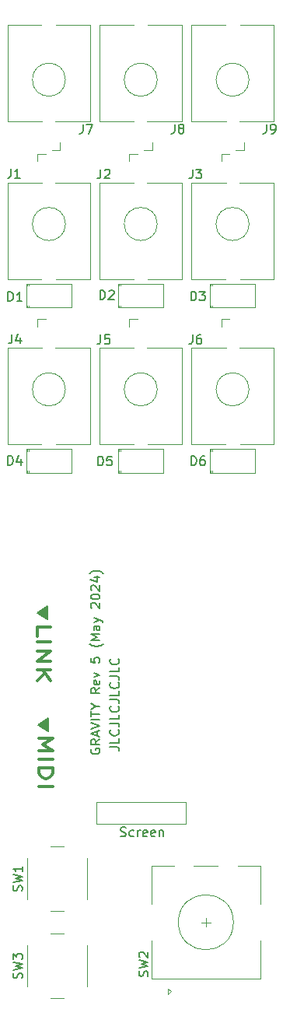
<source format=gbr>
%TF.GenerationSoftware,KiCad,Pcbnew,7.0.10-7.0.10~ubuntu22.04.1*%
%TF.CreationDate,2024-05-18T14:45:39+03:00*%
%TF.ProjectId,gtoe,67746f65-2e6b-4696-9361-645f70636258,rev?*%
%TF.SameCoordinates,Original*%
%TF.FileFunction,Legend,Top*%
%TF.FilePolarity,Positive*%
%FSLAX46Y46*%
G04 Gerber Fmt 4.6, Leading zero omitted, Abs format (unit mm)*
G04 Created by KiCad (PCBNEW 7.0.10-7.0.10~ubuntu22.04.1) date 2024-05-18 14:45:39*
%MOMM*%
%LPD*%
G01*
G04 APERTURE LIST*
%ADD10C,0.150000*%
%ADD11C,0.375000*%
%ADD12C,0.120000*%
G04 APERTURE END LIST*
D10*
X104750000Y-117225000D02*
X103650000Y-116500000D01*
X104750000Y-115775000D01*
X104750000Y-117225000D01*
G36*
X104750000Y-117225000D02*
G01*
X103650000Y-116500000D01*
X104750000Y-115775000D01*
X104750000Y-117225000D01*
G37*
X104675000Y-105050000D02*
X103575000Y-104325000D01*
X104675000Y-103600000D01*
X104675000Y-105050000D01*
G36*
X104675000Y-105050000D02*
G01*
X103575000Y-104325000D01*
X104675000Y-103600000D01*
X104675000Y-105050000D01*
G37*
X109402438Y-119128572D02*
X109354819Y-119223810D01*
X109354819Y-119223810D02*
X109354819Y-119366667D01*
X109354819Y-119366667D02*
X109402438Y-119509524D01*
X109402438Y-119509524D02*
X109497676Y-119604762D01*
X109497676Y-119604762D02*
X109592914Y-119652381D01*
X109592914Y-119652381D02*
X109783390Y-119700000D01*
X109783390Y-119700000D02*
X109926247Y-119700000D01*
X109926247Y-119700000D02*
X110116723Y-119652381D01*
X110116723Y-119652381D02*
X110211961Y-119604762D01*
X110211961Y-119604762D02*
X110307200Y-119509524D01*
X110307200Y-119509524D02*
X110354819Y-119366667D01*
X110354819Y-119366667D02*
X110354819Y-119271429D01*
X110354819Y-119271429D02*
X110307200Y-119128572D01*
X110307200Y-119128572D02*
X110259580Y-119080953D01*
X110259580Y-119080953D02*
X109926247Y-119080953D01*
X109926247Y-119080953D02*
X109926247Y-119271429D01*
X110354819Y-118080953D02*
X109878628Y-118414286D01*
X110354819Y-118652381D02*
X109354819Y-118652381D01*
X109354819Y-118652381D02*
X109354819Y-118271429D01*
X109354819Y-118271429D02*
X109402438Y-118176191D01*
X109402438Y-118176191D02*
X109450057Y-118128572D01*
X109450057Y-118128572D02*
X109545295Y-118080953D01*
X109545295Y-118080953D02*
X109688152Y-118080953D01*
X109688152Y-118080953D02*
X109783390Y-118128572D01*
X109783390Y-118128572D02*
X109831009Y-118176191D01*
X109831009Y-118176191D02*
X109878628Y-118271429D01*
X109878628Y-118271429D02*
X109878628Y-118652381D01*
X110069104Y-117700000D02*
X110069104Y-117223810D01*
X110354819Y-117795238D02*
X109354819Y-117461905D01*
X109354819Y-117461905D02*
X110354819Y-117128572D01*
X109354819Y-116938095D02*
X110354819Y-116604762D01*
X110354819Y-116604762D02*
X109354819Y-116271429D01*
X110354819Y-115938095D02*
X109354819Y-115938095D01*
X109354819Y-115604762D02*
X109354819Y-115033334D01*
X110354819Y-115319048D02*
X109354819Y-115319048D01*
X109878628Y-114509524D02*
X110354819Y-114509524D01*
X109354819Y-114842857D02*
X109878628Y-114509524D01*
X109878628Y-114509524D02*
X109354819Y-114176191D01*
X110354819Y-112509524D02*
X109878628Y-112842857D01*
X110354819Y-113080952D02*
X109354819Y-113080952D01*
X109354819Y-113080952D02*
X109354819Y-112700000D01*
X109354819Y-112700000D02*
X109402438Y-112604762D01*
X109402438Y-112604762D02*
X109450057Y-112557143D01*
X109450057Y-112557143D02*
X109545295Y-112509524D01*
X109545295Y-112509524D02*
X109688152Y-112509524D01*
X109688152Y-112509524D02*
X109783390Y-112557143D01*
X109783390Y-112557143D02*
X109831009Y-112604762D01*
X109831009Y-112604762D02*
X109878628Y-112700000D01*
X109878628Y-112700000D02*
X109878628Y-113080952D01*
X110307200Y-111700000D02*
X110354819Y-111795238D01*
X110354819Y-111795238D02*
X110354819Y-111985714D01*
X110354819Y-111985714D02*
X110307200Y-112080952D01*
X110307200Y-112080952D02*
X110211961Y-112128571D01*
X110211961Y-112128571D02*
X109831009Y-112128571D01*
X109831009Y-112128571D02*
X109735771Y-112080952D01*
X109735771Y-112080952D02*
X109688152Y-111985714D01*
X109688152Y-111985714D02*
X109688152Y-111795238D01*
X109688152Y-111795238D02*
X109735771Y-111700000D01*
X109735771Y-111700000D02*
X109831009Y-111652381D01*
X109831009Y-111652381D02*
X109926247Y-111652381D01*
X109926247Y-111652381D02*
X110021485Y-112128571D01*
X109688152Y-111319047D02*
X110354819Y-111080952D01*
X110354819Y-111080952D02*
X109688152Y-110842857D01*
X109354819Y-109223809D02*
X109354819Y-109699999D01*
X109354819Y-109699999D02*
X109831009Y-109747618D01*
X109831009Y-109747618D02*
X109783390Y-109699999D01*
X109783390Y-109699999D02*
X109735771Y-109604761D01*
X109735771Y-109604761D02*
X109735771Y-109366666D01*
X109735771Y-109366666D02*
X109783390Y-109271428D01*
X109783390Y-109271428D02*
X109831009Y-109223809D01*
X109831009Y-109223809D02*
X109926247Y-109176190D01*
X109926247Y-109176190D02*
X110164342Y-109176190D01*
X110164342Y-109176190D02*
X110259580Y-109223809D01*
X110259580Y-109223809D02*
X110307200Y-109271428D01*
X110307200Y-109271428D02*
X110354819Y-109366666D01*
X110354819Y-109366666D02*
X110354819Y-109604761D01*
X110354819Y-109604761D02*
X110307200Y-109699999D01*
X110307200Y-109699999D02*
X110259580Y-109747618D01*
X110735771Y-107699999D02*
X110688152Y-107747618D01*
X110688152Y-107747618D02*
X110545295Y-107842856D01*
X110545295Y-107842856D02*
X110450057Y-107890475D01*
X110450057Y-107890475D02*
X110307200Y-107938094D01*
X110307200Y-107938094D02*
X110069104Y-107985713D01*
X110069104Y-107985713D02*
X109878628Y-107985713D01*
X109878628Y-107985713D02*
X109640533Y-107938094D01*
X109640533Y-107938094D02*
X109497676Y-107890475D01*
X109497676Y-107890475D02*
X109402438Y-107842856D01*
X109402438Y-107842856D02*
X109259580Y-107747618D01*
X109259580Y-107747618D02*
X109211961Y-107699999D01*
X110354819Y-107319046D02*
X109354819Y-107319046D01*
X109354819Y-107319046D02*
X110069104Y-106985713D01*
X110069104Y-106985713D02*
X109354819Y-106652380D01*
X109354819Y-106652380D02*
X110354819Y-106652380D01*
X110354819Y-105747618D02*
X109831009Y-105747618D01*
X109831009Y-105747618D02*
X109735771Y-105795237D01*
X109735771Y-105795237D02*
X109688152Y-105890475D01*
X109688152Y-105890475D02*
X109688152Y-106080951D01*
X109688152Y-106080951D02*
X109735771Y-106176189D01*
X110307200Y-105747618D02*
X110354819Y-105842856D01*
X110354819Y-105842856D02*
X110354819Y-106080951D01*
X110354819Y-106080951D02*
X110307200Y-106176189D01*
X110307200Y-106176189D02*
X110211961Y-106223808D01*
X110211961Y-106223808D02*
X110116723Y-106223808D01*
X110116723Y-106223808D02*
X110021485Y-106176189D01*
X110021485Y-106176189D02*
X109973866Y-106080951D01*
X109973866Y-106080951D02*
X109973866Y-105842856D01*
X109973866Y-105842856D02*
X109926247Y-105747618D01*
X109688152Y-105366665D02*
X110354819Y-105128570D01*
X109688152Y-104890475D02*
X110354819Y-105128570D01*
X110354819Y-105128570D02*
X110592914Y-105223808D01*
X110592914Y-105223808D02*
X110640533Y-105271427D01*
X110640533Y-105271427D02*
X110688152Y-105366665D01*
X109450057Y-103795236D02*
X109402438Y-103747617D01*
X109402438Y-103747617D02*
X109354819Y-103652379D01*
X109354819Y-103652379D02*
X109354819Y-103414284D01*
X109354819Y-103414284D02*
X109402438Y-103319046D01*
X109402438Y-103319046D02*
X109450057Y-103271427D01*
X109450057Y-103271427D02*
X109545295Y-103223808D01*
X109545295Y-103223808D02*
X109640533Y-103223808D01*
X109640533Y-103223808D02*
X109783390Y-103271427D01*
X109783390Y-103271427D02*
X110354819Y-103842855D01*
X110354819Y-103842855D02*
X110354819Y-103223808D01*
X109354819Y-102604760D02*
X109354819Y-102509522D01*
X109354819Y-102509522D02*
X109402438Y-102414284D01*
X109402438Y-102414284D02*
X109450057Y-102366665D01*
X109450057Y-102366665D02*
X109545295Y-102319046D01*
X109545295Y-102319046D02*
X109735771Y-102271427D01*
X109735771Y-102271427D02*
X109973866Y-102271427D01*
X109973866Y-102271427D02*
X110164342Y-102319046D01*
X110164342Y-102319046D02*
X110259580Y-102366665D01*
X110259580Y-102366665D02*
X110307200Y-102414284D01*
X110307200Y-102414284D02*
X110354819Y-102509522D01*
X110354819Y-102509522D02*
X110354819Y-102604760D01*
X110354819Y-102604760D02*
X110307200Y-102699998D01*
X110307200Y-102699998D02*
X110259580Y-102747617D01*
X110259580Y-102747617D02*
X110164342Y-102795236D01*
X110164342Y-102795236D02*
X109973866Y-102842855D01*
X109973866Y-102842855D02*
X109735771Y-102842855D01*
X109735771Y-102842855D02*
X109545295Y-102795236D01*
X109545295Y-102795236D02*
X109450057Y-102747617D01*
X109450057Y-102747617D02*
X109402438Y-102699998D01*
X109402438Y-102699998D02*
X109354819Y-102604760D01*
X109450057Y-101890474D02*
X109402438Y-101842855D01*
X109402438Y-101842855D02*
X109354819Y-101747617D01*
X109354819Y-101747617D02*
X109354819Y-101509522D01*
X109354819Y-101509522D02*
X109402438Y-101414284D01*
X109402438Y-101414284D02*
X109450057Y-101366665D01*
X109450057Y-101366665D02*
X109545295Y-101319046D01*
X109545295Y-101319046D02*
X109640533Y-101319046D01*
X109640533Y-101319046D02*
X109783390Y-101366665D01*
X109783390Y-101366665D02*
X110354819Y-101938093D01*
X110354819Y-101938093D02*
X110354819Y-101319046D01*
X109688152Y-100461903D02*
X110354819Y-100461903D01*
X109307200Y-100699998D02*
X110021485Y-100938093D01*
X110021485Y-100938093D02*
X110021485Y-100319046D01*
X110735771Y-100033331D02*
X110688152Y-99985712D01*
X110688152Y-99985712D02*
X110545295Y-99890474D01*
X110545295Y-99890474D02*
X110450057Y-99842855D01*
X110450057Y-99842855D02*
X110307200Y-99795236D01*
X110307200Y-99795236D02*
X110069104Y-99747617D01*
X110069104Y-99747617D02*
X109878628Y-99747617D01*
X109878628Y-99747617D02*
X109640533Y-99795236D01*
X109640533Y-99795236D02*
X109497676Y-99842855D01*
X109497676Y-99842855D02*
X109402438Y-99890474D01*
X109402438Y-99890474D02*
X109259580Y-99985712D01*
X109259580Y-99985712D02*
X109211961Y-100033331D01*
X111454819Y-118919048D02*
X112169104Y-118919048D01*
X112169104Y-118919048D02*
X112311961Y-118966667D01*
X112311961Y-118966667D02*
X112407200Y-119061905D01*
X112407200Y-119061905D02*
X112454819Y-119204762D01*
X112454819Y-119204762D02*
X112454819Y-119300000D01*
X112454819Y-117966667D02*
X112454819Y-118442857D01*
X112454819Y-118442857D02*
X111454819Y-118442857D01*
X112359580Y-117061905D02*
X112407200Y-117109524D01*
X112407200Y-117109524D02*
X112454819Y-117252381D01*
X112454819Y-117252381D02*
X112454819Y-117347619D01*
X112454819Y-117347619D02*
X112407200Y-117490476D01*
X112407200Y-117490476D02*
X112311961Y-117585714D01*
X112311961Y-117585714D02*
X112216723Y-117633333D01*
X112216723Y-117633333D02*
X112026247Y-117680952D01*
X112026247Y-117680952D02*
X111883390Y-117680952D01*
X111883390Y-117680952D02*
X111692914Y-117633333D01*
X111692914Y-117633333D02*
X111597676Y-117585714D01*
X111597676Y-117585714D02*
X111502438Y-117490476D01*
X111502438Y-117490476D02*
X111454819Y-117347619D01*
X111454819Y-117347619D02*
X111454819Y-117252381D01*
X111454819Y-117252381D02*
X111502438Y-117109524D01*
X111502438Y-117109524D02*
X111550057Y-117061905D01*
X111454819Y-116347619D02*
X112169104Y-116347619D01*
X112169104Y-116347619D02*
X112311961Y-116395238D01*
X112311961Y-116395238D02*
X112407200Y-116490476D01*
X112407200Y-116490476D02*
X112454819Y-116633333D01*
X112454819Y-116633333D02*
X112454819Y-116728571D01*
X112454819Y-115395238D02*
X112454819Y-115871428D01*
X112454819Y-115871428D02*
X111454819Y-115871428D01*
X112359580Y-114490476D02*
X112407200Y-114538095D01*
X112407200Y-114538095D02*
X112454819Y-114680952D01*
X112454819Y-114680952D02*
X112454819Y-114776190D01*
X112454819Y-114776190D02*
X112407200Y-114919047D01*
X112407200Y-114919047D02*
X112311961Y-115014285D01*
X112311961Y-115014285D02*
X112216723Y-115061904D01*
X112216723Y-115061904D02*
X112026247Y-115109523D01*
X112026247Y-115109523D02*
X111883390Y-115109523D01*
X111883390Y-115109523D02*
X111692914Y-115061904D01*
X111692914Y-115061904D02*
X111597676Y-115014285D01*
X111597676Y-115014285D02*
X111502438Y-114919047D01*
X111502438Y-114919047D02*
X111454819Y-114776190D01*
X111454819Y-114776190D02*
X111454819Y-114680952D01*
X111454819Y-114680952D02*
X111502438Y-114538095D01*
X111502438Y-114538095D02*
X111550057Y-114490476D01*
X111454819Y-113776190D02*
X112169104Y-113776190D01*
X112169104Y-113776190D02*
X112311961Y-113823809D01*
X112311961Y-113823809D02*
X112407200Y-113919047D01*
X112407200Y-113919047D02*
X112454819Y-114061904D01*
X112454819Y-114061904D02*
X112454819Y-114157142D01*
X112454819Y-112823809D02*
X112454819Y-113299999D01*
X112454819Y-113299999D02*
X111454819Y-113299999D01*
X112359580Y-111919047D02*
X112407200Y-111966666D01*
X112407200Y-111966666D02*
X112454819Y-112109523D01*
X112454819Y-112109523D02*
X112454819Y-112204761D01*
X112454819Y-112204761D02*
X112407200Y-112347618D01*
X112407200Y-112347618D02*
X112311961Y-112442856D01*
X112311961Y-112442856D02*
X112216723Y-112490475D01*
X112216723Y-112490475D02*
X112026247Y-112538094D01*
X112026247Y-112538094D02*
X111883390Y-112538094D01*
X111883390Y-112538094D02*
X111692914Y-112490475D01*
X111692914Y-112490475D02*
X111597676Y-112442856D01*
X111597676Y-112442856D02*
X111502438Y-112347618D01*
X111502438Y-112347618D02*
X111454819Y-112204761D01*
X111454819Y-112204761D02*
X111454819Y-112109523D01*
X111454819Y-112109523D02*
X111502438Y-111966666D01*
X111502438Y-111966666D02*
X111550057Y-111919047D01*
X111454819Y-111204761D02*
X112169104Y-111204761D01*
X112169104Y-111204761D02*
X112311961Y-111252380D01*
X112311961Y-111252380D02*
X112407200Y-111347618D01*
X112407200Y-111347618D02*
X112454819Y-111490475D01*
X112454819Y-111490475D02*
X112454819Y-111585713D01*
X112454819Y-110252380D02*
X112454819Y-110728570D01*
X112454819Y-110728570D02*
X111454819Y-110728570D01*
X112359580Y-109347618D02*
X112407200Y-109395237D01*
X112407200Y-109395237D02*
X112454819Y-109538094D01*
X112454819Y-109538094D02*
X112454819Y-109633332D01*
X112454819Y-109633332D02*
X112407200Y-109776189D01*
X112407200Y-109776189D02*
X112311961Y-109871427D01*
X112311961Y-109871427D02*
X112216723Y-109919046D01*
X112216723Y-109919046D02*
X112026247Y-109966665D01*
X112026247Y-109966665D02*
X111883390Y-109966665D01*
X111883390Y-109966665D02*
X111692914Y-109919046D01*
X111692914Y-109919046D02*
X111597676Y-109871427D01*
X111597676Y-109871427D02*
X111502438Y-109776189D01*
X111502438Y-109776189D02*
X111454819Y-109633332D01*
X111454819Y-109633332D02*
X111454819Y-109538094D01*
X111454819Y-109538094D02*
X111502438Y-109395237D01*
X111502438Y-109395237D02*
X111550057Y-109347618D01*
X128496666Y-51154819D02*
X128496666Y-51869104D01*
X128496666Y-51869104D02*
X128449047Y-52011961D01*
X128449047Y-52011961D02*
X128353809Y-52107200D01*
X128353809Y-52107200D02*
X128210952Y-52154819D01*
X128210952Y-52154819D02*
X128115714Y-52154819D01*
X129020476Y-52154819D02*
X129210952Y-52154819D01*
X129210952Y-52154819D02*
X129306190Y-52107200D01*
X129306190Y-52107200D02*
X129353809Y-52059580D01*
X129353809Y-52059580D02*
X129449047Y-51916723D01*
X129449047Y-51916723D02*
X129496666Y-51726247D01*
X129496666Y-51726247D02*
X129496666Y-51345295D01*
X129496666Y-51345295D02*
X129449047Y-51250057D01*
X129449047Y-51250057D02*
X129401428Y-51202438D01*
X129401428Y-51202438D02*
X129306190Y-51154819D01*
X129306190Y-51154819D02*
X129115714Y-51154819D01*
X129115714Y-51154819D02*
X129020476Y-51202438D01*
X129020476Y-51202438D02*
X128972857Y-51250057D01*
X128972857Y-51250057D02*
X128925238Y-51345295D01*
X128925238Y-51345295D02*
X128925238Y-51583390D01*
X128925238Y-51583390D02*
X128972857Y-51678628D01*
X128972857Y-51678628D02*
X129020476Y-51726247D01*
X129020476Y-51726247D02*
X129115714Y-51773866D01*
X129115714Y-51773866D02*
X129306190Y-51773866D01*
X129306190Y-51773866D02*
X129401428Y-51726247D01*
X129401428Y-51726247D02*
X129449047Y-51678628D01*
X129449047Y-51678628D02*
X129496666Y-51583390D01*
X101857200Y-144083332D02*
X101904819Y-143940475D01*
X101904819Y-143940475D02*
X101904819Y-143702380D01*
X101904819Y-143702380D02*
X101857200Y-143607142D01*
X101857200Y-143607142D02*
X101809580Y-143559523D01*
X101809580Y-143559523D02*
X101714342Y-143511904D01*
X101714342Y-143511904D02*
X101619104Y-143511904D01*
X101619104Y-143511904D02*
X101523866Y-143559523D01*
X101523866Y-143559523D02*
X101476247Y-143607142D01*
X101476247Y-143607142D02*
X101428628Y-143702380D01*
X101428628Y-143702380D02*
X101381009Y-143892856D01*
X101381009Y-143892856D02*
X101333390Y-143988094D01*
X101333390Y-143988094D02*
X101285771Y-144035713D01*
X101285771Y-144035713D02*
X101190533Y-144083332D01*
X101190533Y-144083332D02*
X101095295Y-144083332D01*
X101095295Y-144083332D02*
X101000057Y-144035713D01*
X101000057Y-144035713D02*
X100952438Y-143988094D01*
X100952438Y-143988094D02*
X100904819Y-143892856D01*
X100904819Y-143892856D02*
X100904819Y-143654761D01*
X100904819Y-143654761D02*
X100952438Y-143511904D01*
X100904819Y-143178570D02*
X101904819Y-142940475D01*
X101904819Y-142940475D02*
X101190533Y-142749999D01*
X101190533Y-142749999D02*
X101904819Y-142559523D01*
X101904819Y-142559523D02*
X100904819Y-142321428D01*
X100904819Y-142035713D02*
X100904819Y-141416666D01*
X100904819Y-141416666D02*
X101285771Y-141749999D01*
X101285771Y-141749999D02*
X101285771Y-141607142D01*
X101285771Y-141607142D02*
X101333390Y-141511904D01*
X101333390Y-141511904D02*
X101381009Y-141464285D01*
X101381009Y-141464285D02*
X101476247Y-141416666D01*
X101476247Y-141416666D02*
X101714342Y-141416666D01*
X101714342Y-141416666D02*
X101809580Y-141464285D01*
X101809580Y-141464285D02*
X101857200Y-141511904D01*
X101857200Y-141511904D02*
X101904819Y-141607142D01*
X101904819Y-141607142D02*
X101904819Y-141892856D01*
X101904819Y-141892856D02*
X101857200Y-141988094D01*
X101857200Y-141988094D02*
X101809580Y-142035713D01*
X110161905Y-88284819D02*
X110161905Y-87284819D01*
X110161905Y-87284819D02*
X110400000Y-87284819D01*
X110400000Y-87284819D02*
X110542857Y-87332438D01*
X110542857Y-87332438D02*
X110638095Y-87427676D01*
X110638095Y-87427676D02*
X110685714Y-87522914D01*
X110685714Y-87522914D02*
X110733333Y-87713390D01*
X110733333Y-87713390D02*
X110733333Y-87856247D01*
X110733333Y-87856247D02*
X110685714Y-88046723D01*
X110685714Y-88046723D02*
X110638095Y-88141961D01*
X110638095Y-88141961D02*
X110542857Y-88237200D01*
X110542857Y-88237200D02*
X110400000Y-88284819D01*
X110400000Y-88284819D02*
X110161905Y-88284819D01*
X111638095Y-87284819D02*
X111161905Y-87284819D01*
X111161905Y-87284819D02*
X111114286Y-87761009D01*
X111114286Y-87761009D02*
X111161905Y-87713390D01*
X111161905Y-87713390D02*
X111257143Y-87665771D01*
X111257143Y-87665771D02*
X111495238Y-87665771D01*
X111495238Y-87665771D02*
X111590476Y-87713390D01*
X111590476Y-87713390D02*
X111638095Y-87761009D01*
X111638095Y-87761009D02*
X111685714Y-87856247D01*
X111685714Y-87856247D02*
X111685714Y-88094342D01*
X111685714Y-88094342D02*
X111638095Y-88189580D01*
X111638095Y-88189580D02*
X111590476Y-88237200D01*
X111590476Y-88237200D02*
X111495238Y-88284819D01*
X111495238Y-88284819D02*
X111257143Y-88284819D01*
X111257143Y-88284819D02*
X111161905Y-88237200D01*
X111161905Y-88237200D02*
X111114286Y-88189580D01*
X110436666Y-56054819D02*
X110436666Y-56769104D01*
X110436666Y-56769104D02*
X110389047Y-56911961D01*
X110389047Y-56911961D02*
X110293809Y-57007200D01*
X110293809Y-57007200D02*
X110150952Y-57054819D01*
X110150952Y-57054819D02*
X110055714Y-57054819D01*
X110865238Y-56150057D02*
X110912857Y-56102438D01*
X110912857Y-56102438D02*
X111008095Y-56054819D01*
X111008095Y-56054819D02*
X111246190Y-56054819D01*
X111246190Y-56054819D02*
X111341428Y-56102438D01*
X111341428Y-56102438D02*
X111389047Y-56150057D01*
X111389047Y-56150057D02*
X111436666Y-56245295D01*
X111436666Y-56245295D02*
X111436666Y-56340533D01*
X111436666Y-56340533D02*
X111389047Y-56483390D01*
X111389047Y-56483390D02*
X110817619Y-57054819D01*
X110817619Y-57054819D02*
X111436666Y-57054819D01*
X110436666Y-74054819D02*
X110436666Y-74769104D01*
X110436666Y-74769104D02*
X110389047Y-74911961D01*
X110389047Y-74911961D02*
X110293809Y-75007200D01*
X110293809Y-75007200D02*
X110150952Y-75054819D01*
X110150952Y-75054819D02*
X110055714Y-75054819D01*
X111389047Y-74054819D02*
X110912857Y-74054819D01*
X110912857Y-74054819D02*
X110865238Y-74531009D01*
X110865238Y-74531009D02*
X110912857Y-74483390D01*
X110912857Y-74483390D02*
X111008095Y-74435771D01*
X111008095Y-74435771D02*
X111246190Y-74435771D01*
X111246190Y-74435771D02*
X111341428Y-74483390D01*
X111341428Y-74483390D02*
X111389047Y-74531009D01*
X111389047Y-74531009D02*
X111436666Y-74626247D01*
X111436666Y-74626247D02*
X111436666Y-74864342D01*
X111436666Y-74864342D02*
X111389047Y-74959580D01*
X111389047Y-74959580D02*
X111341428Y-75007200D01*
X111341428Y-75007200D02*
X111246190Y-75054819D01*
X111246190Y-75054819D02*
X111008095Y-75054819D01*
X111008095Y-75054819D02*
X110912857Y-75007200D01*
X110912857Y-75007200D02*
X110865238Y-74959580D01*
X100331905Y-88224819D02*
X100331905Y-87224819D01*
X100331905Y-87224819D02*
X100570000Y-87224819D01*
X100570000Y-87224819D02*
X100712857Y-87272438D01*
X100712857Y-87272438D02*
X100808095Y-87367676D01*
X100808095Y-87367676D02*
X100855714Y-87462914D01*
X100855714Y-87462914D02*
X100903333Y-87653390D01*
X100903333Y-87653390D02*
X100903333Y-87796247D01*
X100903333Y-87796247D02*
X100855714Y-87986723D01*
X100855714Y-87986723D02*
X100808095Y-88081961D01*
X100808095Y-88081961D02*
X100712857Y-88177200D01*
X100712857Y-88177200D02*
X100570000Y-88224819D01*
X100570000Y-88224819D02*
X100331905Y-88224819D01*
X101760476Y-87558152D02*
X101760476Y-88224819D01*
X101522381Y-87177200D02*
X101284286Y-87891485D01*
X101284286Y-87891485D02*
X101903333Y-87891485D01*
X120281905Y-70344819D02*
X120281905Y-69344819D01*
X120281905Y-69344819D02*
X120520000Y-69344819D01*
X120520000Y-69344819D02*
X120662857Y-69392438D01*
X120662857Y-69392438D02*
X120758095Y-69487676D01*
X120758095Y-69487676D02*
X120805714Y-69582914D01*
X120805714Y-69582914D02*
X120853333Y-69773390D01*
X120853333Y-69773390D02*
X120853333Y-69916247D01*
X120853333Y-69916247D02*
X120805714Y-70106723D01*
X120805714Y-70106723D02*
X120758095Y-70201961D01*
X120758095Y-70201961D02*
X120662857Y-70297200D01*
X120662857Y-70297200D02*
X120520000Y-70344819D01*
X120520000Y-70344819D02*
X120281905Y-70344819D01*
X121186667Y-69344819D02*
X121805714Y-69344819D01*
X121805714Y-69344819D02*
X121472381Y-69725771D01*
X121472381Y-69725771D02*
X121615238Y-69725771D01*
X121615238Y-69725771D02*
X121710476Y-69773390D01*
X121710476Y-69773390D02*
X121758095Y-69821009D01*
X121758095Y-69821009D02*
X121805714Y-69916247D01*
X121805714Y-69916247D02*
X121805714Y-70154342D01*
X121805714Y-70154342D02*
X121758095Y-70249580D01*
X121758095Y-70249580D02*
X121710476Y-70297200D01*
X121710476Y-70297200D02*
X121615238Y-70344819D01*
X121615238Y-70344819D02*
X121329524Y-70344819D01*
X121329524Y-70344819D02*
X121234286Y-70297200D01*
X121234286Y-70297200D02*
X121186667Y-70249580D01*
X112616666Y-128607200D02*
X112759523Y-128654819D01*
X112759523Y-128654819D02*
X112997618Y-128654819D01*
X112997618Y-128654819D02*
X113092856Y-128607200D01*
X113092856Y-128607200D02*
X113140475Y-128559580D01*
X113140475Y-128559580D02*
X113188094Y-128464342D01*
X113188094Y-128464342D02*
X113188094Y-128369104D01*
X113188094Y-128369104D02*
X113140475Y-128273866D01*
X113140475Y-128273866D02*
X113092856Y-128226247D01*
X113092856Y-128226247D02*
X112997618Y-128178628D01*
X112997618Y-128178628D02*
X112807142Y-128131009D01*
X112807142Y-128131009D02*
X112711904Y-128083390D01*
X112711904Y-128083390D02*
X112664285Y-128035771D01*
X112664285Y-128035771D02*
X112616666Y-127940533D01*
X112616666Y-127940533D02*
X112616666Y-127845295D01*
X112616666Y-127845295D02*
X112664285Y-127750057D01*
X112664285Y-127750057D02*
X112711904Y-127702438D01*
X112711904Y-127702438D02*
X112807142Y-127654819D01*
X112807142Y-127654819D02*
X113045237Y-127654819D01*
X113045237Y-127654819D02*
X113188094Y-127702438D01*
X114045237Y-128607200D02*
X113949999Y-128654819D01*
X113949999Y-128654819D02*
X113759523Y-128654819D01*
X113759523Y-128654819D02*
X113664285Y-128607200D01*
X113664285Y-128607200D02*
X113616666Y-128559580D01*
X113616666Y-128559580D02*
X113569047Y-128464342D01*
X113569047Y-128464342D02*
X113569047Y-128178628D01*
X113569047Y-128178628D02*
X113616666Y-128083390D01*
X113616666Y-128083390D02*
X113664285Y-128035771D01*
X113664285Y-128035771D02*
X113759523Y-127988152D01*
X113759523Y-127988152D02*
X113949999Y-127988152D01*
X113949999Y-127988152D02*
X114045237Y-128035771D01*
X114473809Y-128654819D02*
X114473809Y-127988152D01*
X114473809Y-128178628D02*
X114521428Y-128083390D01*
X114521428Y-128083390D02*
X114569047Y-128035771D01*
X114569047Y-128035771D02*
X114664285Y-127988152D01*
X114664285Y-127988152D02*
X114759523Y-127988152D01*
X115473809Y-128607200D02*
X115378571Y-128654819D01*
X115378571Y-128654819D02*
X115188095Y-128654819D01*
X115188095Y-128654819D02*
X115092857Y-128607200D01*
X115092857Y-128607200D02*
X115045238Y-128511961D01*
X115045238Y-128511961D02*
X115045238Y-128131009D01*
X115045238Y-128131009D02*
X115092857Y-128035771D01*
X115092857Y-128035771D02*
X115188095Y-127988152D01*
X115188095Y-127988152D02*
X115378571Y-127988152D01*
X115378571Y-127988152D02*
X115473809Y-128035771D01*
X115473809Y-128035771D02*
X115521428Y-128131009D01*
X115521428Y-128131009D02*
X115521428Y-128226247D01*
X115521428Y-128226247D02*
X115045238Y-128321485D01*
X116330952Y-128607200D02*
X116235714Y-128654819D01*
X116235714Y-128654819D02*
X116045238Y-128654819D01*
X116045238Y-128654819D02*
X115950000Y-128607200D01*
X115950000Y-128607200D02*
X115902381Y-128511961D01*
X115902381Y-128511961D02*
X115902381Y-128131009D01*
X115902381Y-128131009D02*
X115950000Y-128035771D01*
X115950000Y-128035771D02*
X116045238Y-127988152D01*
X116045238Y-127988152D02*
X116235714Y-127988152D01*
X116235714Y-127988152D02*
X116330952Y-128035771D01*
X116330952Y-128035771D02*
X116378571Y-128131009D01*
X116378571Y-128131009D02*
X116378571Y-128226247D01*
X116378571Y-128226247D02*
X115902381Y-128321485D01*
X116807143Y-127988152D02*
X116807143Y-128654819D01*
X116807143Y-128083390D02*
X116854762Y-128035771D01*
X116854762Y-128035771D02*
X116950000Y-127988152D01*
X116950000Y-127988152D02*
X117092857Y-127988152D01*
X117092857Y-127988152D02*
X117188095Y-128035771D01*
X117188095Y-128035771D02*
X117235714Y-128131009D01*
X117235714Y-128131009D02*
X117235714Y-128654819D01*
X120436666Y-56054819D02*
X120436666Y-56769104D01*
X120436666Y-56769104D02*
X120389047Y-56911961D01*
X120389047Y-56911961D02*
X120293809Y-57007200D01*
X120293809Y-57007200D02*
X120150952Y-57054819D01*
X120150952Y-57054819D02*
X120055714Y-57054819D01*
X120817619Y-56054819D02*
X121436666Y-56054819D01*
X121436666Y-56054819D02*
X121103333Y-56435771D01*
X121103333Y-56435771D02*
X121246190Y-56435771D01*
X121246190Y-56435771D02*
X121341428Y-56483390D01*
X121341428Y-56483390D02*
X121389047Y-56531009D01*
X121389047Y-56531009D02*
X121436666Y-56626247D01*
X121436666Y-56626247D02*
X121436666Y-56864342D01*
X121436666Y-56864342D02*
X121389047Y-56959580D01*
X121389047Y-56959580D02*
X121341428Y-57007200D01*
X121341428Y-57007200D02*
X121246190Y-57054819D01*
X121246190Y-57054819D02*
X120960476Y-57054819D01*
X120960476Y-57054819D02*
X120865238Y-57007200D01*
X120865238Y-57007200D02*
X120817619Y-56959580D01*
X110371905Y-70224819D02*
X110371905Y-69224819D01*
X110371905Y-69224819D02*
X110610000Y-69224819D01*
X110610000Y-69224819D02*
X110752857Y-69272438D01*
X110752857Y-69272438D02*
X110848095Y-69367676D01*
X110848095Y-69367676D02*
X110895714Y-69462914D01*
X110895714Y-69462914D02*
X110943333Y-69653390D01*
X110943333Y-69653390D02*
X110943333Y-69796247D01*
X110943333Y-69796247D02*
X110895714Y-69986723D01*
X110895714Y-69986723D02*
X110848095Y-70081961D01*
X110848095Y-70081961D02*
X110752857Y-70177200D01*
X110752857Y-70177200D02*
X110610000Y-70224819D01*
X110610000Y-70224819D02*
X110371905Y-70224819D01*
X111324286Y-69320057D02*
X111371905Y-69272438D01*
X111371905Y-69272438D02*
X111467143Y-69224819D01*
X111467143Y-69224819D02*
X111705238Y-69224819D01*
X111705238Y-69224819D02*
X111800476Y-69272438D01*
X111800476Y-69272438D02*
X111848095Y-69320057D01*
X111848095Y-69320057D02*
X111895714Y-69415295D01*
X111895714Y-69415295D02*
X111895714Y-69510533D01*
X111895714Y-69510533D02*
X111848095Y-69653390D01*
X111848095Y-69653390D02*
X111276667Y-70224819D01*
X111276667Y-70224819D02*
X111895714Y-70224819D01*
X115557200Y-143883332D02*
X115604819Y-143740475D01*
X115604819Y-143740475D02*
X115604819Y-143502380D01*
X115604819Y-143502380D02*
X115557200Y-143407142D01*
X115557200Y-143407142D02*
X115509580Y-143359523D01*
X115509580Y-143359523D02*
X115414342Y-143311904D01*
X115414342Y-143311904D02*
X115319104Y-143311904D01*
X115319104Y-143311904D02*
X115223866Y-143359523D01*
X115223866Y-143359523D02*
X115176247Y-143407142D01*
X115176247Y-143407142D02*
X115128628Y-143502380D01*
X115128628Y-143502380D02*
X115081009Y-143692856D01*
X115081009Y-143692856D02*
X115033390Y-143788094D01*
X115033390Y-143788094D02*
X114985771Y-143835713D01*
X114985771Y-143835713D02*
X114890533Y-143883332D01*
X114890533Y-143883332D02*
X114795295Y-143883332D01*
X114795295Y-143883332D02*
X114700057Y-143835713D01*
X114700057Y-143835713D02*
X114652438Y-143788094D01*
X114652438Y-143788094D02*
X114604819Y-143692856D01*
X114604819Y-143692856D02*
X114604819Y-143454761D01*
X114604819Y-143454761D02*
X114652438Y-143311904D01*
X114604819Y-142978570D02*
X115604819Y-142740475D01*
X115604819Y-142740475D02*
X114890533Y-142549999D01*
X114890533Y-142549999D02*
X115604819Y-142359523D01*
X115604819Y-142359523D02*
X114604819Y-142121428D01*
X114700057Y-141788094D02*
X114652438Y-141740475D01*
X114652438Y-141740475D02*
X114604819Y-141645237D01*
X114604819Y-141645237D02*
X114604819Y-141407142D01*
X114604819Y-141407142D02*
X114652438Y-141311904D01*
X114652438Y-141311904D02*
X114700057Y-141264285D01*
X114700057Y-141264285D02*
X114795295Y-141216666D01*
X114795295Y-141216666D02*
X114890533Y-141216666D01*
X114890533Y-141216666D02*
X115033390Y-141264285D01*
X115033390Y-141264285D02*
X115604819Y-141835713D01*
X115604819Y-141835713D02*
X115604819Y-141216666D01*
X118496666Y-51154819D02*
X118496666Y-51869104D01*
X118496666Y-51869104D02*
X118449047Y-52011961D01*
X118449047Y-52011961D02*
X118353809Y-52107200D01*
X118353809Y-52107200D02*
X118210952Y-52154819D01*
X118210952Y-52154819D02*
X118115714Y-52154819D01*
X119115714Y-51583390D02*
X119020476Y-51535771D01*
X119020476Y-51535771D02*
X118972857Y-51488152D01*
X118972857Y-51488152D02*
X118925238Y-51392914D01*
X118925238Y-51392914D02*
X118925238Y-51345295D01*
X118925238Y-51345295D02*
X118972857Y-51250057D01*
X118972857Y-51250057D02*
X119020476Y-51202438D01*
X119020476Y-51202438D02*
X119115714Y-51154819D01*
X119115714Y-51154819D02*
X119306190Y-51154819D01*
X119306190Y-51154819D02*
X119401428Y-51202438D01*
X119401428Y-51202438D02*
X119449047Y-51250057D01*
X119449047Y-51250057D02*
X119496666Y-51345295D01*
X119496666Y-51345295D02*
X119496666Y-51392914D01*
X119496666Y-51392914D02*
X119449047Y-51488152D01*
X119449047Y-51488152D02*
X119401428Y-51535771D01*
X119401428Y-51535771D02*
X119306190Y-51583390D01*
X119306190Y-51583390D02*
X119115714Y-51583390D01*
X119115714Y-51583390D02*
X119020476Y-51631009D01*
X119020476Y-51631009D02*
X118972857Y-51678628D01*
X118972857Y-51678628D02*
X118925238Y-51773866D01*
X118925238Y-51773866D02*
X118925238Y-51964342D01*
X118925238Y-51964342D02*
X118972857Y-52059580D01*
X118972857Y-52059580D02*
X119020476Y-52107200D01*
X119020476Y-52107200D02*
X119115714Y-52154819D01*
X119115714Y-52154819D02*
X119306190Y-52154819D01*
X119306190Y-52154819D02*
X119401428Y-52107200D01*
X119401428Y-52107200D02*
X119449047Y-52059580D01*
X119449047Y-52059580D02*
X119496666Y-51964342D01*
X119496666Y-51964342D02*
X119496666Y-51773866D01*
X119496666Y-51773866D02*
X119449047Y-51678628D01*
X119449047Y-51678628D02*
X119401428Y-51631009D01*
X119401428Y-51631009D02*
X119306190Y-51583390D01*
X120436666Y-74054819D02*
X120436666Y-74769104D01*
X120436666Y-74769104D02*
X120389047Y-74911961D01*
X120389047Y-74911961D02*
X120293809Y-75007200D01*
X120293809Y-75007200D02*
X120150952Y-75054819D01*
X120150952Y-75054819D02*
X120055714Y-75054819D01*
X121341428Y-74054819D02*
X121150952Y-74054819D01*
X121150952Y-74054819D02*
X121055714Y-74102438D01*
X121055714Y-74102438D02*
X121008095Y-74150057D01*
X121008095Y-74150057D02*
X120912857Y-74292914D01*
X120912857Y-74292914D02*
X120865238Y-74483390D01*
X120865238Y-74483390D02*
X120865238Y-74864342D01*
X120865238Y-74864342D02*
X120912857Y-74959580D01*
X120912857Y-74959580D02*
X120960476Y-75007200D01*
X120960476Y-75007200D02*
X121055714Y-75054819D01*
X121055714Y-75054819D02*
X121246190Y-75054819D01*
X121246190Y-75054819D02*
X121341428Y-75007200D01*
X121341428Y-75007200D02*
X121389047Y-74959580D01*
X121389047Y-74959580D02*
X121436666Y-74864342D01*
X121436666Y-74864342D02*
X121436666Y-74626247D01*
X121436666Y-74626247D02*
X121389047Y-74531009D01*
X121389047Y-74531009D02*
X121341428Y-74483390D01*
X121341428Y-74483390D02*
X121246190Y-74435771D01*
X121246190Y-74435771D02*
X121055714Y-74435771D01*
X121055714Y-74435771D02*
X120960476Y-74483390D01*
X120960476Y-74483390D02*
X120912857Y-74531009D01*
X120912857Y-74531009D02*
X120865238Y-74626247D01*
X100666666Y-56004819D02*
X100666666Y-56719104D01*
X100666666Y-56719104D02*
X100619047Y-56861961D01*
X100619047Y-56861961D02*
X100523809Y-56957200D01*
X100523809Y-56957200D02*
X100380952Y-57004819D01*
X100380952Y-57004819D02*
X100285714Y-57004819D01*
X101666666Y-57004819D02*
X101095238Y-57004819D01*
X101380952Y-57004819D02*
X101380952Y-56004819D01*
X101380952Y-56004819D02*
X101285714Y-56147676D01*
X101285714Y-56147676D02*
X101190476Y-56242914D01*
X101190476Y-56242914D02*
X101095238Y-56290533D01*
X120301905Y-88264819D02*
X120301905Y-87264819D01*
X120301905Y-87264819D02*
X120540000Y-87264819D01*
X120540000Y-87264819D02*
X120682857Y-87312438D01*
X120682857Y-87312438D02*
X120778095Y-87407676D01*
X120778095Y-87407676D02*
X120825714Y-87502914D01*
X120825714Y-87502914D02*
X120873333Y-87693390D01*
X120873333Y-87693390D02*
X120873333Y-87836247D01*
X120873333Y-87836247D02*
X120825714Y-88026723D01*
X120825714Y-88026723D02*
X120778095Y-88121961D01*
X120778095Y-88121961D02*
X120682857Y-88217200D01*
X120682857Y-88217200D02*
X120540000Y-88264819D01*
X120540000Y-88264819D02*
X120301905Y-88264819D01*
X121730476Y-87264819D02*
X121540000Y-87264819D01*
X121540000Y-87264819D02*
X121444762Y-87312438D01*
X121444762Y-87312438D02*
X121397143Y-87360057D01*
X121397143Y-87360057D02*
X121301905Y-87502914D01*
X121301905Y-87502914D02*
X121254286Y-87693390D01*
X121254286Y-87693390D02*
X121254286Y-88074342D01*
X121254286Y-88074342D02*
X121301905Y-88169580D01*
X121301905Y-88169580D02*
X121349524Y-88217200D01*
X121349524Y-88217200D02*
X121444762Y-88264819D01*
X121444762Y-88264819D02*
X121635238Y-88264819D01*
X121635238Y-88264819D02*
X121730476Y-88217200D01*
X121730476Y-88217200D02*
X121778095Y-88169580D01*
X121778095Y-88169580D02*
X121825714Y-88074342D01*
X121825714Y-88074342D02*
X121825714Y-87836247D01*
X121825714Y-87836247D02*
X121778095Y-87741009D01*
X121778095Y-87741009D02*
X121730476Y-87693390D01*
X121730476Y-87693390D02*
X121635238Y-87645771D01*
X121635238Y-87645771D02*
X121444762Y-87645771D01*
X121444762Y-87645771D02*
X121349524Y-87693390D01*
X121349524Y-87693390D02*
X121301905Y-87741009D01*
X121301905Y-87741009D02*
X121254286Y-87836247D01*
X100361905Y-70394819D02*
X100361905Y-69394819D01*
X100361905Y-69394819D02*
X100600000Y-69394819D01*
X100600000Y-69394819D02*
X100742857Y-69442438D01*
X100742857Y-69442438D02*
X100838095Y-69537676D01*
X100838095Y-69537676D02*
X100885714Y-69632914D01*
X100885714Y-69632914D02*
X100933333Y-69823390D01*
X100933333Y-69823390D02*
X100933333Y-69966247D01*
X100933333Y-69966247D02*
X100885714Y-70156723D01*
X100885714Y-70156723D02*
X100838095Y-70251961D01*
X100838095Y-70251961D02*
X100742857Y-70347200D01*
X100742857Y-70347200D02*
X100600000Y-70394819D01*
X100600000Y-70394819D02*
X100361905Y-70394819D01*
X101885714Y-70394819D02*
X101314286Y-70394819D01*
X101600000Y-70394819D02*
X101600000Y-69394819D01*
X101600000Y-69394819D02*
X101504762Y-69537676D01*
X101504762Y-69537676D02*
X101409524Y-69632914D01*
X101409524Y-69632914D02*
X101314286Y-69680533D01*
X100766666Y-74004819D02*
X100766666Y-74719104D01*
X100766666Y-74719104D02*
X100719047Y-74861961D01*
X100719047Y-74861961D02*
X100623809Y-74957200D01*
X100623809Y-74957200D02*
X100480952Y-75004819D01*
X100480952Y-75004819D02*
X100385714Y-75004819D01*
X101671428Y-74338152D02*
X101671428Y-75004819D01*
X101433333Y-73957200D02*
X101195238Y-74671485D01*
X101195238Y-74671485D02*
X101814285Y-74671485D01*
X108496666Y-51154819D02*
X108496666Y-51869104D01*
X108496666Y-51869104D02*
X108449047Y-52011961D01*
X108449047Y-52011961D02*
X108353809Y-52107200D01*
X108353809Y-52107200D02*
X108210952Y-52154819D01*
X108210952Y-52154819D02*
X108115714Y-52154819D01*
X108877619Y-51154819D02*
X109544285Y-51154819D01*
X109544285Y-51154819D02*
X109115714Y-52154819D01*
X101857200Y-134583332D02*
X101904819Y-134440475D01*
X101904819Y-134440475D02*
X101904819Y-134202380D01*
X101904819Y-134202380D02*
X101857200Y-134107142D01*
X101857200Y-134107142D02*
X101809580Y-134059523D01*
X101809580Y-134059523D02*
X101714342Y-134011904D01*
X101714342Y-134011904D02*
X101619104Y-134011904D01*
X101619104Y-134011904D02*
X101523866Y-134059523D01*
X101523866Y-134059523D02*
X101476247Y-134107142D01*
X101476247Y-134107142D02*
X101428628Y-134202380D01*
X101428628Y-134202380D02*
X101381009Y-134392856D01*
X101381009Y-134392856D02*
X101333390Y-134488094D01*
X101333390Y-134488094D02*
X101285771Y-134535713D01*
X101285771Y-134535713D02*
X101190533Y-134583332D01*
X101190533Y-134583332D02*
X101095295Y-134583332D01*
X101095295Y-134583332D02*
X101000057Y-134535713D01*
X101000057Y-134535713D02*
X100952438Y-134488094D01*
X100952438Y-134488094D02*
X100904819Y-134392856D01*
X100904819Y-134392856D02*
X100904819Y-134154761D01*
X100904819Y-134154761D02*
X100952438Y-134011904D01*
X100904819Y-133678570D02*
X101904819Y-133440475D01*
X101904819Y-133440475D02*
X101190533Y-133249999D01*
X101190533Y-133249999D02*
X101904819Y-133059523D01*
X101904819Y-133059523D02*
X100904819Y-132821428D01*
X101904819Y-131916666D02*
X101904819Y-132488094D01*
X101904819Y-132202380D02*
X100904819Y-132202380D01*
X100904819Y-132202380D02*
X101047676Y-132297618D01*
X101047676Y-132297618D02*
X101142914Y-132392856D01*
X101142914Y-132392856D02*
X101190533Y-132488094D01*
D11*
X103500571Y-106845238D02*
X103500571Y-105892857D01*
X103500571Y-105892857D02*
X105000571Y-105892857D01*
X103500571Y-107511905D02*
X105000571Y-107511905D01*
X103500571Y-108464286D02*
X105000571Y-108464286D01*
X105000571Y-108464286D02*
X103500571Y-109607143D01*
X103500571Y-109607143D02*
X105000571Y-109607143D01*
X103500571Y-110559524D02*
X105000571Y-110559524D01*
X103500571Y-111702381D02*
X104357714Y-110845238D01*
X105000571Y-111702381D02*
X104143428Y-110559524D01*
X103725571Y-117955952D02*
X105225571Y-117955952D01*
X105225571Y-117955952D02*
X104154142Y-118622619D01*
X104154142Y-118622619D02*
X105225571Y-119289285D01*
X105225571Y-119289285D02*
X103725571Y-119289285D01*
X103725571Y-120241666D02*
X105225571Y-120241666D01*
X103725571Y-121194047D02*
X105225571Y-121194047D01*
X105225571Y-121194047D02*
X105225571Y-121670237D01*
X105225571Y-121670237D02*
X105154142Y-121955952D01*
X105154142Y-121955952D02*
X105011285Y-122146428D01*
X105011285Y-122146428D02*
X104868428Y-122241666D01*
X104868428Y-122241666D02*
X104582714Y-122336904D01*
X104582714Y-122336904D02*
X104368428Y-122336904D01*
X104368428Y-122336904D02*
X104082714Y-122241666D01*
X104082714Y-122241666D02*
X103939857Y-122146428D01*
X103939857Y-122146428D02*
X103797000Y-121955952D01*
X103797000Y-121955952D02*
X103725571Y-121670237D01*
X103725571Y-121670237D02*
X103725571Y-121194047D01*
X103725571Y-123194047D02*
X105225571Y-123194047D01*
D12*
%TO.C,J9*%
X120300000Y-50800000D02*
X120300000Y-40300000D01*
X126030000Y-53950000D02*
X126030000Y-53150000D01*
X120300000Y-50800000D02*
X124080000Y-50800000D01*
X120300000Y-40300000D02*
X124000000Y-40300000D01*
X129300000Y-50800000D02*
X129300000Y-40300000D01*
X125600000Y-40300000D02*
X129300000Y-40300000D01*
X126030000Y-53950000D02*
X125170000Y-53950000D01*
X125520000Y-50800000D02*
X129300000Y-50800000D01*
X126600000Y-46300000D02*
G75*
G03*
X123000000Y-46300000I-1800000J0D01*
G01*
X123000000Y-46300000D02*
G75*
G03*
X126600000Y-46300000I1800000J0D01*
G01*
%TO.C,SW3*%
X102450000Y-140500000D02*
X102450000Y-145000000D01*
X106450000Y-139250000D02*
X104950000Y-139250000D01*
X104950000Y-146250000D02*
X106450000Y-146250000D01*
X108950000Y-145000000D02*
X108950000Y-140500000D01*
%TO.C,D5*%
X112340000Y-89110000D02*
X117260000Y-89110000D01*
X112460000Y-86490000D02*
X112460000Y-86720000D01*
X112580000Y-86490000D02*
X112580000Y-86720000D01*
X112340000Y-86490000D02*
X112340000Y-89110000D01*
X112460000Y-88880000D02*
X112460000Y-89110000D01*
X112340000Y-86490000D02*
X117260000Y-86490000D01*
X112580000Y-88880000D02*
X112580000Y-89110000D01*
X117260000Y-86490000D02*
X117260000Y-89110000D01*
%TO.C,J2*%
X114080000Y-57500000D02*
X110300000Y-57500000D01*
X113570000Y-54350000D02*
X114430000Y-54350000D01*
X114000000Y-68000000D02*
X110300000Y-68000000D01*
X119300000Y-68000000D02*
X115600000Y-68000000D01*
X113570000Y-54350000D02*
X113570000Y-55150000D01*
X110300000Y-57500000D02*
X110300000Y-68000000D01*
X119300000Y-57500000D02*
X115520000Y-57500000D01*
X119300000Y-57500000D02*
X119300000Y-68000000D01*
X116600000Y-62000000D02*
G75*
G03*
X113000000Y-62000000I-1800000J0D01*
G01*
X113000000Y-62000000D02*
G75*
G03*
X116600000Y-62000000I1800000J0D01*
G01*
%TO.C,J5*%
X119300000Y-75500000D02*
X115520000Y-75500000D01*
X114000000Y-86000000D02*
X110300000Y-86000000D01*
X119300000Y-75500000D02*
X119300000Y-86000000D01*
X114080000Y-75500000D02*
X110300000Y-75500000D01*
X119300000Y-86000000D02*
X115600000Y-86000000D01*
X113570000Y-72350000D02*
X114430000Y-72350000D01*
X113570000Y-72350000D02*
X113570000Y-73150000D01*
X110300000Y-75500000D02*
X110300000Y-86000000D01*
X116600000Y-80000000D02*
G75*
G03*
X113000000Y-80000000I-1800000J0D01*
G01*
X113000000Y-80000000D02*
G75*
G03*
X116600000Y-80000000I1800000J0D01*
G01*
%TO.C,D4*%
X102460000Y-86490000D02*
X102460000Y-86720000D01*
X102340000Y-86490000D02*
X107260000Y-86490000D01*
X102580000Y-86490000D02*
X102580000Y-86720000D01*
X102580000Y-88880000D02*
X102580000Y-89110000D01*
X102460000Y-88880000D02*
X102460000Y-89110000D01*
X107260000Y-86490000D02*
X107260000Y-89110000D01*
X102340000Y-86490000D02*
X102340000Y-89110000D01*
X102340000Y-89110000D02*
X107260000Y-89110000D01*
%TO.C,D3*%
X122460000Y-68490000D02*
X122460000Y-68720000D01*
X127260000Y-68490000D02*
X127260000Y-71110000D01*
X122340000Y-68490000D02*
X127260000Y-68490000D01*
X122340000Y-68490000D02*
X122340000Y-71110000D01*
X122580000Y-70880000D02*
X122580000Y-71110000D01*
X122340000Y-71110000D02*
X127260000Y-71110000D01*
X122460000Y-70880000D02*
X122460000Y-71110000D01*
X122580000Y-68490000D02*
X122580000Y-68720000D01*
%TO.C,Screen*%
X119739500Y-127306500D02*
X109960500Y-127306500D01*
X119750000Y-127306500D02*
X119750000Y-124893500D01*
X109950000Y-127306500D02*
X109950000Y-124893500D01*
X109950000Y-124893500D02*
X119729000Y-124893500D01*
%TO.C,J3*%
X123570000Y-54350000D02*
X123570000Y-55150000D01*
X129300000Y-57500000D02*
X125520000Y-57500000D01*
X120300000Y-57500000D02*
X120300000Y-68000000D01*
X123570000Y-54350000D02*
X124430000Y-54350000D01*
X124080000Y-57500000D02*
X120300000Y-57500000D01*
X124000000Y-68000000D02*
X120300000Y-68000000D01*
X129300000Y-57500000D02*
X129300000Y-68000000D01*
X129300000Y-68000000D02*
X125600000Y-68000000D01*
X126600000Y-62000000D02*
G75*
G03*
X123000000Y-62000000I-1800000J0D01*
G01*
X123000000Y-62000000D02*
G75*
G03*
X126600000Y-62000000I1800000J0D01*
G01*
%TO.C,D2*%
X112340000Y-71110000D02*
X117260000Y-71110000D01*
X112460000Y-70880000D02*
X112460000Y-71110000D01*
X117260000Y-68490000D02*
X117260000Y-71110000D01*
X112340000Y-68490000D02*
X117260000Y-68490000D01*
X112460000Y-68490000D02*
X112460000Y-68720000D01*
X112340000Y-68490000D02*
X112340000Y-71110000D01*
X112580000Y-68490000D02*
X112580000Y-68720000D01*
X112580000Y-70880000D02*
X112580000Y-71110000D01*
%TO.C,SW2*%
X117800000Y-145800000D02*
X117800000Y-145200000D01*
X125400000Y-131900000D02*
X127800000Y-131900000D01*
X116000000Y-140000000D02*
X116000000Y-144100000D01*
X127800000Y-140000000D02*
X127800000Y-144100000D01*
X121900000Y-138500000D02*
X121900000Y-137500000D01*
X127800000Y-131900000D02*
X127800000Y-136000000D01*
X116000000Y-131900000D02*
X118400000Y-131900000D01*
X117800000Y-145200000D02*
X118100000Y-145500000D01*
X121400000Y-138000000D02*
X122400000Y-138000000D01*
X120600000Y-131900000D02*
X123200000Y-131900000D01*
X116000000Y-136000000D02*
X116000000Y-131900000D01*
X116000000Y-144100000D02*
X127800000Y-144100000D01*
X118100000Y-145500000D02*
X117800000Y-145800000D01*
X124900000Y-138000000D02*
G75*
G03*
X118900000Y-138000000I-3000000J0D01*
G01*
X118900000Y-138000000D02*
G75*
G03*
X124900000Y-138000000I3000000J0D01*
G01*
%TO.C,J8*%
X116030000Y-53950000D02*
X115170000Y-53950000D01*
X110300000Y-50800000D02*
X110300000Y-40300000D01*
X115600000Y-40300000D02*
X119300000Y-40300000D01*
X110300000Y-40300000D02*
X114000000Y-40300000D01*
X119300000Y-50800000D02*
X119300000Y-40300000D01*
X110300000Y-50800000D02*
X114080000Y-50800000D01*
X115520000Y-50800000D02*
X119300000Y-50800000D01*
X116030000Y-53950000D02*
X116030000Y-53150000D01*
X116600000Y-46300000D02*
G75*
G03*
X113000000Y-46300000I-1800000J0D01*
G01*
X113000000Y-46300000D02*
G75*
G03*
X116600000Y-46300000I1800000J0D01*
G01*
%TO.C,J6*%
X123570000Y-72350000D02*
X124430000Y-72350000D01*
X124000000Y-86000000D02*
X120300000Y-86000000D01*
X129300000Y-86000000D02*
X125600000Y-86000000D01*
X129300000Y-75500000D02*
X129300000Y-86000000D01*
X120300000Y-75500000D02*
X120300000Y-86000000D01*
X129300000Y-75500000D02*
X125520000Y-75500000D01*
X124080000Y-75500000D02*
X120300000Y-75500000D01*
X123570000Y-72350000D02*
X123570000Y-73150000D01*
X126600000Y-80000000D02*
G75*
G03*
X123000000Y-80000000I-1800000J0D01*
G01*
X123000000Y-80000000D02*
G75*
G03*
X126600000Y-80000000I1800000J0D01*
G01*
%TO.C,J1*%
X103570000Y-54350000D02*
X103570000Y-55150000D01*
X109300000Y-57500000D02*
X105520000Y-57500000D01*
X104080000Y-57500000D02*
X100300000Y-57500000D01*
X103570000Y-54350000D02*
X104430000Y-54350000D01*
X104000000Y-68000000D02*
X100300000Y-68000000D01*
X100300000Y-57500000D02*
X100300000Y-68000000D01*
X109300000Y-57500000D02*
X109300000Y-68000000D01*
X109300000Y-68000000D02*
X105600000Y-68000000D01*
X106600000Y-62000000D02*
G75*
G03*
X103000000Y-62000000I-1800000J0D01*
G01*
X103000000Y-62000000D02*
G75*
G03*
X106600000Y-62000000I1800000J0D01*
G01*
%TO.C,D6*%
X127260000Y-86490000D02*
X127260000Y-89110000D01*
X122580000Y-88880000D02*
X122580000Y-89110000D01*
X122580000Y-86490000D02*
X122580000Y-86720000D01*
X122460000Y-88880000D02*
X122460000Y-89110000D01*
X122340000Y-86490000D02*
X127260000Y-86490000D01*
X122460000Y-86490000D02*
X122460000Y-86720000D01*
X122340000Y-89110000D02*
X127260000Y-89110000D01*
X122340000Y-86490000D02*
X122340000Y-89110000D01*
%TO.C,D1*%
X102340000Y-68490000D02*
X102340000Y-71110000D01*
X107260000Y-68490000D02*
X107260000Y-71110000D01*
X102580000Y-68490000D02*
X102580000Y-68720000D01*
X102460000Y-68490000D02*
X102460000Y-68720000D01*
X102580000Y-70880000D02*
X102580000Y-71110000D01*
X102460000Y-70880000D02*
X102460000Y-71110000D01*
X102340000Y-71110000D02*
X107260000Y-71110000D01*
X102340000Y-68490000D02*
X107260000Y-68490000D01*
%TO.C,J4*%
X104080000Y-75500000D02*
X100300000Y-75500000D01*
X109300000Y-75500000D02*
X105520000Y-75500000D01*
X109300000Y-86000000D02*
X105600000Y-86000000D01*
X103570000Y-72350000D02*
X103570000Y-73150000D01*
X100300000Y-75500000D02*
X100300000Y-86000000D01*
X103570000Y-72350000D02*
X104430000Y-72350000D01*
X104000000Y-86000000D02*
X100300000Y-86000000D01*
X109300000Y-75500000D02*
X109300000Y-86000000D01*
X106600000Y-80000000D02*
G75*
G03*
X103000000Y-80000000I-1800000J0D01*
G01*
X103000000Y-80000000D02*
G75*
G03*
X106600000Y-80000000I1800000J0D01*
G01*
%TO.C,J7*%
X100300000Y-40300000D02*
X104000000Y-40300000D01*
X100300000Y-50800000D02*
X104080000Y-50800000D01*
X100300000Y-50800000D02*
X100300000Y-40300000D01*
X105600000Y-40300000D02*
X109300000Y-40300000D01*
X106030000Y-53950000D02*
X106030000Y-53150000D01*
X109300000Y-50800000D02*
X109300000Y-40300000D01*
X105520000Y-50800000D02*
X109300000Y-50800000D01*
X106030000Y-53950000D02*
X105170000Y-53950000D01*
X106600000Y-46300000D02*
G75*
G03*
X103000000Y-46300000I-1800000J0D01*
G01*
X103000000Y-46300000D02*
G75*
G03*
X106600000Y-46300000I1800000J0D01*
G01*
%TO.C,SW1*%
X106450000Y-129750000D02*
X104950000Y-129750000D01*
X104950000Y-136750000D02*
X106450000Y-136750000D01*
X102450000Y-131000000D02*
X102450000Y-135500000D01*
X108950000Y-135500000D02*
X108950000Y-131000000D01*
%TD*%
M02*

</source>
